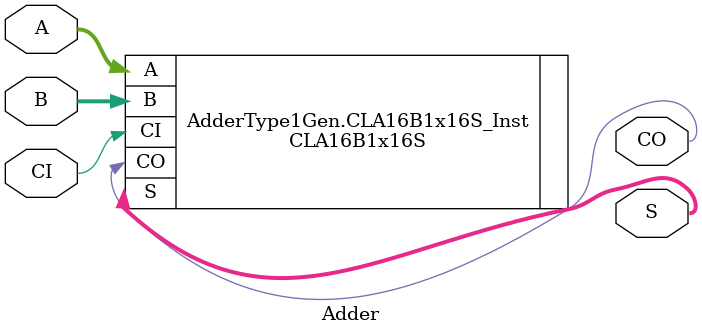
<source format=v>

`timescale 1 ns / 1 ns

module Adder(
              A, 
	      B, 
	      CI, 
	      S, 
	      CO
	      );
	      
   parameter AdderType = 1;
   
   input [15:0]    A;
   input [15:0]    B;
   input           CI;
   output [15:0]   S;
   output          CO;
   
   
   generate
      if (AdderType == 1)
      begin : AdderType1Gen
         
         CLA16B1x16S CLA16B1x16S_Inst(.A(A), .B(B), .CI(CI), .S(S), .CO(CO));
      end
   endgenerate
   
   generate
      if (AdderType == 2)
      begin : AdderType2Gen
         
         CLA16B2x8S CLA16B2x8S_Inst(.A(A), .B(B), .CI(CI), .S(S), .CO(CO));
      end
   endgenerate
   
   generate
      if (AdderType == 3)
      begin : AdderType3Gen
         
         CLA16B4x4S CLA16B4x4S_Inst(.A(A), .B(B), .CI(CI), .S(S), .CO(CO));
      end
   endgenerate
   
   generate
      if (AdderType == 0)
      begin : AdderType0Gen
         
         StandAdder #(.AdderWidth(16)) StandAdder_Inst(.A(A), .B(B), .CI(CI), .S(S), .CO(CO));
      end
   endgenerate
   
endmodule


</source>
